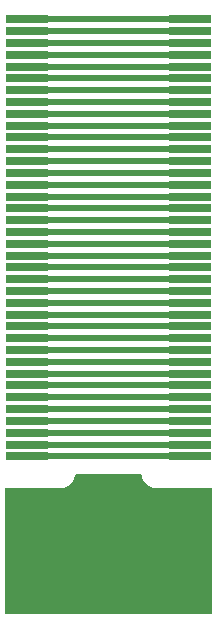
<source format=gbl>
G04*
G04 #@! TF.GenerationSoftware,Altium Limited,Altium Designer,22.11.1 (43)*
G04*
G04 Layer_Physical_Order=2*
G04 Layer_Color=16711680*
%FSLAX25Y25*%
%MOIN*%
G70*
G04*
G04 #@! TF.SameCoordinates,988EF039-2624-4D26-8916-CB464E9EB79E*
G04*
G04*
G04 #@! TF.FilePolarity,Positive*
G04*
G01*
G75*
%ADD13R,0.14173X0.02756*%
%ADD16C,0.02000*%
G36*
X46453Y47347D02*
X46479Y47216D01*
X46488Y47083D01*
X46741Y46140D01*
X46800Y46020D01*
X46843Y45894D01*
X47331Y45048D01*
X47419Y44948D01*
X47493Y44837D01*
X48183Y44147D01*
X48294Y44072D01*
X48394Y43984D01*
X49240Y43496D01*
X49366Y43453D01*
X49486Y43394D01*
X50429Y43142D01*
X50529Y43135D01*
X50626Y43109D01*
X51114Y43077D01*
X51148Y43082D01*
X51181Y43075D01*
X69847D01*
Y1020D01*
X1020D01*
Y43075D01*
X19685D01*
X19718Y43082D01*
X19752Y43077D01*
X20240Y43109D01*
X20337Y43135D01*
X20437Y43142D01*
X21380Y43394D01*
X21500Y43453D01*
X21626Y43496D01*
X22472Y43984D01*
X22572Y44072D01*
X22683Y44147D01*
X23373Y44837D01*
X23447Y44948D01*
X23535Y45048D01*
X24024Y45894D01*
X24066Y46020D01*
X24125Y46140D01*
X24378Y47083D01*
X24387Y47216D01*
X24413Y47347D01*
X24704Y47638D01*
X46162D01*
X46453Y47347D01*
D02*
G37*
D13*
X8268Y2362D02*
D03*
Y6299D02*
D03*
Y10236D02*
D03*
Y14173D02*
D03*
Y18110D02*
D03*
Y22047D02*
D03*
Y25984D02*
D03*
Y29921D02*
D03*
Y33858D02*
D03*
Y37795D02*
D03*
Y41732D02*
D03*
Y53543D02*
D03*
Y57480D02*
D03*
Y61417D02*
D03*
Y65354D02*
D03*
Y69291D02*
D03*
Y73228D02*
D03*
Y77165D02*
D03*
Y81102D02*
D03*
Y85039D02*
D03*
Y88976D02*
D03*
Y92913D02*
D03*
Y96850D02*
D03*
Y100787D02*
D03*
Y104724D02*
D03*
Y108661D02*
D03*
Y112598D02*
D03*
Y116535D02*
D03*
Y120472D02*
D03*
Y124409D02*
D03*
Y128347D02*
D03*
Y132283D02*
D03*
Y136221D02*
D03*
Y140157D02*
D03*
Y144095D02*
D03*
Y148031D02*
D03*
Y151969D02*
D03*
Y155905D02*
D03*
Y159843D02*
D03*
Y163779D02*
D03*
Y167717D02*
D03*
Y171653D02*
D03*
Y175591D02*
D03*
Y179528D02*
D03*
Y183465D02*
D03*
Y187402D02*
D03*
Y191339D02*
D03*
Y195276D02*
D03*
Y199213D02*
D03*
X62598Y2362D02*
D03*
Y6299D02*
D03*
Y10236D02*
D03*
Y14173D02*
D03*
Y18110D02*
D03*
Y22047D02*
D03*
Y25984D02*
D03*
Y29921D02*
D03*
Y33858D02*
D03*
Y37795D02*
D03*
Y41732D02*
D03*
Y53543D02*
D03*
Y57480D02*
D03*
Y61417D02*
D03*
Y65354D02*
D03*
Y69291D02*
D03*
Y73228D02*
D03*
Y77165D02*
D03*
Y81102D02*
D03*
Y85039D02*
D03*
Y88976D02*
D03*
Y92913D02*
D03*
Y96850D02*
D03*
Y100787D02*
D03*
Y104724D02*
D03*
Y108661D02*
D03*
Y112598D02*
D03*
Y116535D02*
D03*
Y120473D02*
D03*
Y124409D02*
D03*
Y128347D02*
D03*
Y132283D02*
D03*
Y136221D02*
D03*
Y140157D02*
D03*
Y144095D02*
D03*
Y148031D02*
D03*
Y151969D02*
D03*
Y155905D02*
D03*
Y159843D02*
D03*
Y163779D02*
D03*
Y167717D02*
D03*
Y171653D02*
D03*
Y175591D02*
D03*
Y179528D02*
D03*
Y183465D02*
D03*
Y187402D02*
D03*
Y191339D02*
D03*
Y195276D02*
D03*
Y199213D02*
D03*
D16*
X8268Y53543D02*
X62598D01*
X8268Y57480D02*
X62598D01*
X8268Y57480D02*
X8268Y57480D01*
X8268Y61417D02*
X8268Y61417D01*
X62598D01*
X8268Y65354D02*
X62598D01*
X8268Y65354D02*
X8268Y65354D01*
Y69291D02*
X62598D01*
X8268Y69291D02*
X8268Y69291D01*
Y73228D02*
X62598D01*
X8268Y73228D02*
X8268Y73228D01*
X8268Y77165D02*
X8268Y77165D01*
X62598D01*
X8268Y81102D02*
X8268Y81102D01*
X62598D01*
X8268Y85039D02*
X62598D01*
X8268Y85039D02*
X8268Y85039D01*
X8268Y88976D02*
X8268Y88976D01*
X62598D01*
X8268Y92913D02*
X62598D01*
X8268Y92913D02*
X8268Y92913D01*
Y96850D02*
X62598D01*
X8268Y96850D02*
X8268Y96850D01*
Y100787D02*
X62598D01*
X8268Y100787D02*
X8268Y100787D01*
X62598Y104724D02*
X62598Y104724D01*
X8268Y104724D02*
X62598D01*
X8268Y108661D02*
X62598D01*
X62598Y108661D01*
X8268Y112598D02*
X62598D01*
X62598Y112598D01*
X62598Y116535D02*
X62598Y116535D01*
X8268Y116535D02*
X62598D01*
Y120472D02*
X62598Y120473D01*
X8268Y120472D02*
X62598D01*
X8268Y124409D02*
X62598D01*
X62598Y124409D01*
X62598Y128347D02*
X62598Y128347D01*
X8268Y128347D02*
X62598D01*
Y132283D02*
X62598Y132283D01*
X8268Y132283D02*
X62598D01*
Y136221D02*
X62598Y136221D01*
X8268Y136221D02*
X62598D01*
Y140157D02*
X62598Y140157D01*
X8268Y140157D02*
X62598D01*
X8268Y144095D02*
X62598D01*
X62598Y144095D01*
X8268Y148031D02*
X62598D01*
X62598Y148031D01*
X8268Y151969D02*
X62598D01*
X62598Y151969D01*
X8268Y155905D02*
X62598D01*
X62598Y155905D01*
X8268Y159843D02*
X62598D01*
X62598Y159843D01*
X62598Y163779D02*
X62598Y163779D01*
X8268Y163779D02*
X62598D01*
Y167717D02*
X62598Y167717D01*
X8268Y167717D02*
X62598D01*
Y171653D02*
X62598Y171653D01*
X8268Y171653D02*
X62598D01*
Y175591D02*
X62598Y175591D01*
X8268Y175591D02*
X62598D01*
Y179528D02*
X62598Y179528D01*
X8268Y179528D02*
X62598D01*
Y183465D02*
X62598Y183465D01*
X8268Y183465D02*
X62598D01*
X8268Y191339D02*
X62598D01*
X62598Y191339D01*
X62598Y187402D02*
X62598Y187402D01*
X8268Y187402D02*
X62598D01*
X8268Y195276D02*
X62598D01*
X62598Y195276D01*
X62598Y199213D02*
X62598Y199213D01*
X8268Y199213D02*
X62598D01*
M02*

</source>
